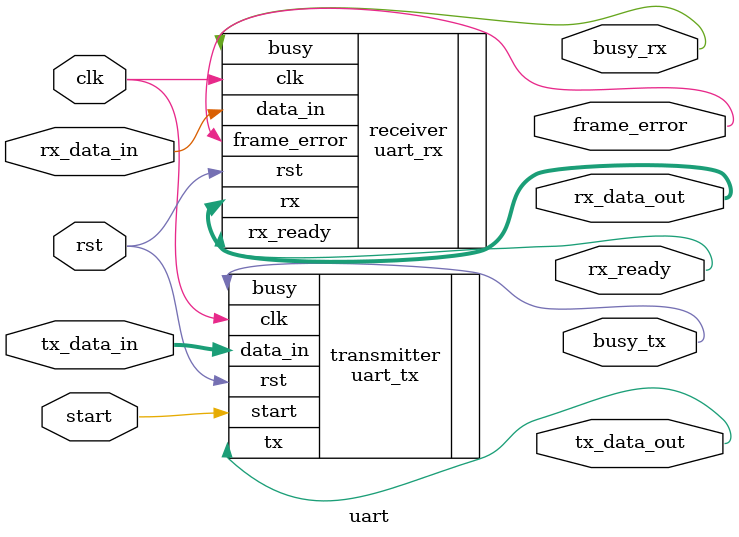
<source format=v>

`timescale 1ns/1ps

module uart #
(
    // Defaults
    parameter BAUD_RATE = 9600,
    parameter CLOCK_FREQ = 50000000   // 50 MHz (Base clock)
)
(
    input wire clk,
    input wire rst,
    // TX
    input wire start,   // Pulsed for 1 clock signal to start transmission
    input wire [7:0] tx_data_in,    
    // RX
    input wire rx_data_in,  

    // Flags
    output wire busy_tx, 
    output wire busy_rx,
    output wire rx_ready,
    output wire frame_error,

    output wire tx_data_out, 
    output wire [7:0] rx_data_out
);

uart_rx #(
    .BAUD_RATE (BAUD_RATE),
    .CLOCK_FREQ (CLOCK_FREQ)
) receiver (
    .clk         (clk),
    .rst         (rst),
    .data_in     (rx_data_in),
    .rx          (rx_data_out),
    .frame_error (frame_error),
    .rx_ready    (rx_ready),
    .busy        (busy_rx)
);

uart_tx #( 
    .BAUD_RATE (BAUD_RATE), 
    .CLOCK_FREQ (CLOCK_FREQ)
) transmitter (
    .clk     (clk),
    .rst     (rst),
    .start   (start),
    .data_in (tx_data_in),
    .busy    (busy_tx),
    .tx      (tx_data_out)
);

endmodule
</source>
